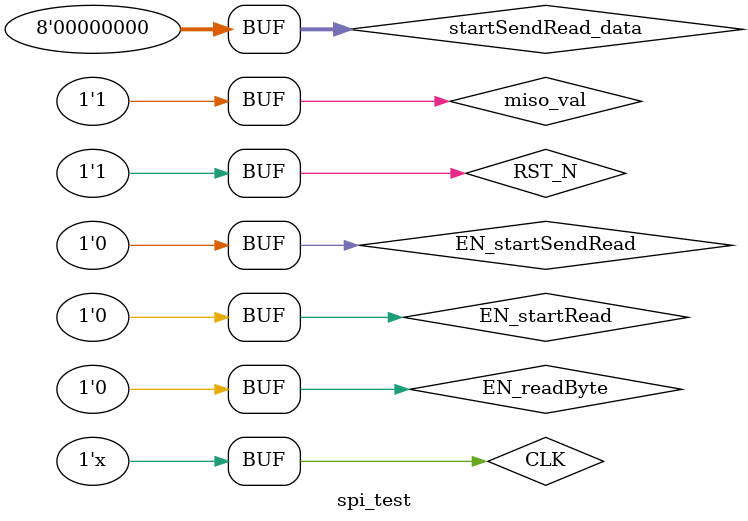
<source format=v>
`timescale 1ns / 1ps


module spi_test;

	// Inputs
	reg CLK;
	reg RST_N;
	reg [7:0] startSendRead_data;
	reg EN_startSendRead;
	reg EN_startRead;
	reg EN_readByte;
	reg miso_val;

	// Outputs
	wire RDY_startSendRead;
	wire RDY_startRead;
	wire [7:0] readByte;
	wire RDY_readByte;
	wire busy;
	wire sck;
	wire mosi;
	wire ss;

	// Instantiate the Unit Under Test (UUT)
	mkSPI uut (
		.CLK(CLK), 
		.RST_N(RST_N), 
		.startSendRead_data(startSendRead_data), 
		.EN_startSendRead(EN_startSendRead), 
		.RDY_startSendRead(RDY_startSendRead), 
		.EN_startRead(EN_startRead), 
		.RDY_startRead(RDY_startRead), 
		.EN_readByte(EN_readByte), 
		.readByte(readByte), 
		.RDY_readByte(RDY_readByte), 
		.busy(busy), 
		.miso_val(miso_val), 
		.sck(sck), 
		.mosi(mosi), 
		.ss(ss)
	);

	initial begin
		// Initialize Inputs
		CLK = 0;
		RST_N = 0;
		startSendRead_data = 0;
		EN_startSendRead = 0;
		EN_startRead = 0;
		EN_readByte = 0;
		miso_val = 0;

		#10;
		RST_N = 1;
		#10;
        
		// Test sending data
		startSendRead_data = 8'hAA;
		EN_startSendRead = 1'b1;
		#10
		EN_startSendRead = 1'b0;
		startSendRead_data = 8'h00;
		miso_val = 8'hFF;

	end
	
	
	always begin
		#5 CLK = ~CLK; // Toggle clock every 5 ticks
	end
      
endmodule


</source>
